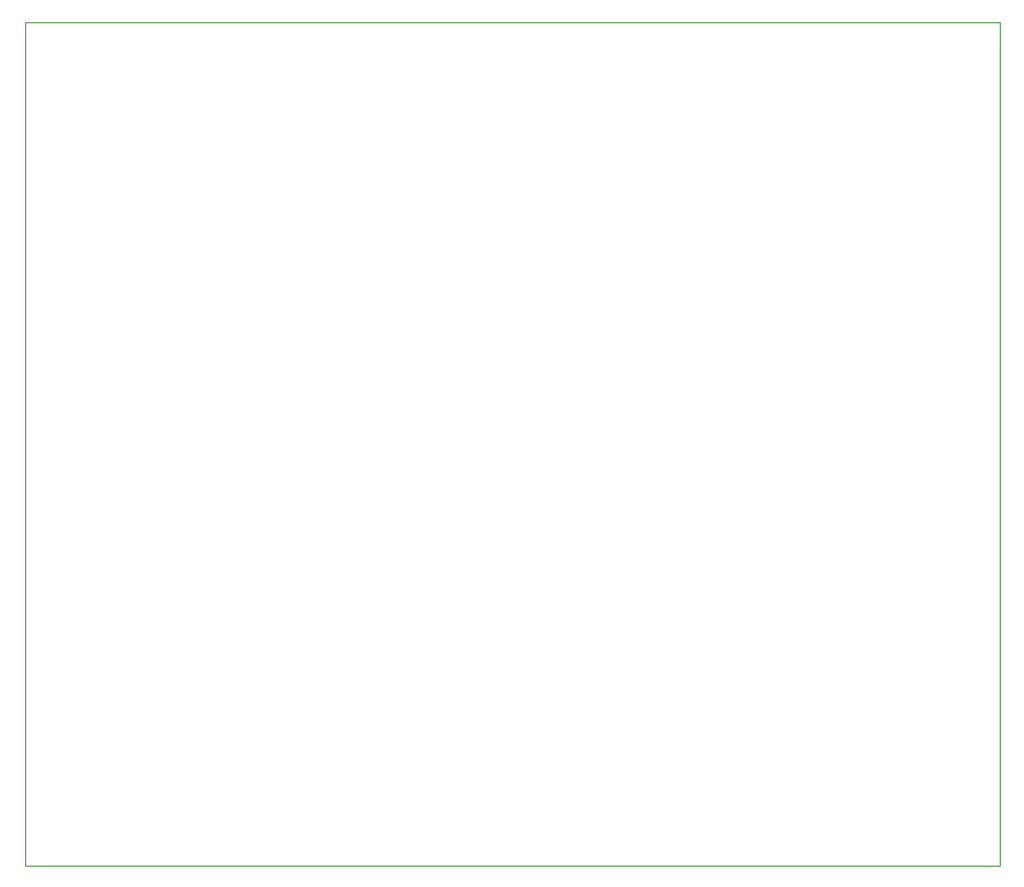
<source format=gbr>
%TF.GenerationSoftware,KiCad,Pcbnew,7.0.10*%
%TF.CreationDate,2024-03-14T12:03:47+01:00*%
%TF.ProjectId,FMC_breakout,464d435f-6272-4656-916b-6f75742e6b69,1.2*%
%TF.SameCoordinates,Original*%
%TF.FileFunction,Profile,NP*%
%FSLAX46Y46*%
G04 Gerber Fmt 4.6, Leading zero omitted, Abs format (unit mm)*
G04 Created by KiCad (PCBNEW 7.0.10) date 2024-03-14 12:03:47*
%MOMM*%
%LPD*%
G01*
G04 APERTURE LIST*
%TA.AperFunction,Profile*%
%ADD10C,0.100000*%
%TD*%
G04 APERTURE END LIST*
D10*
X29845000Y-55880000D02*
X114935000Y-55880000D01*
X114935000Y-129540000D01*
X29845000Y-129540000D01*
X29845000Y-55880000D01*
M02*

</source>
